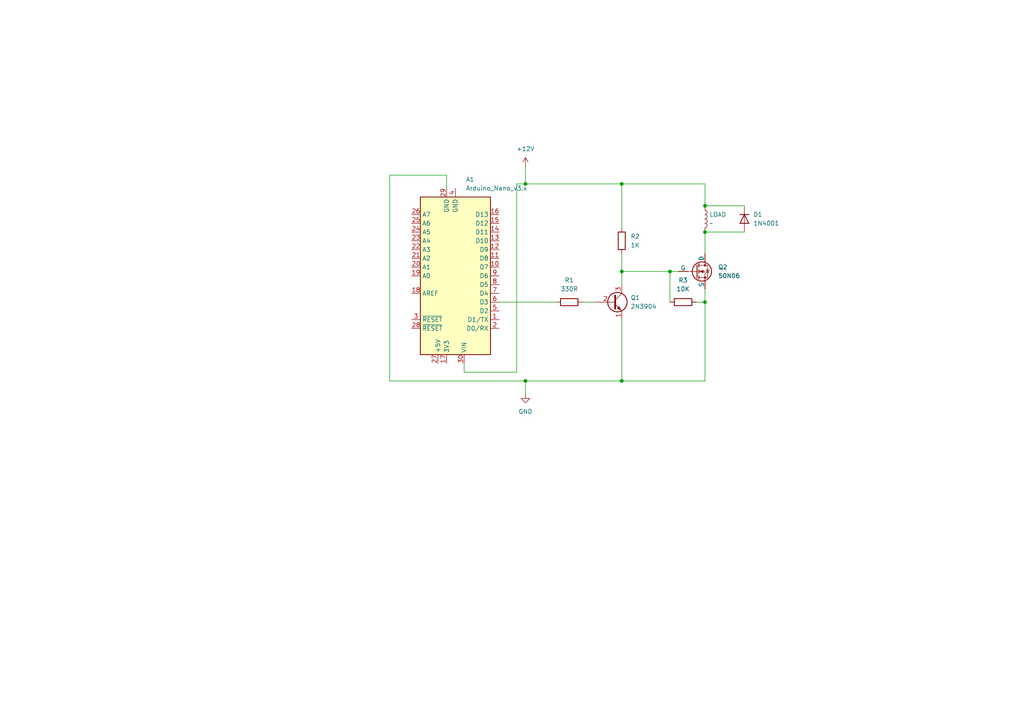
<source format=kicad_sch>
(kicad_sch (version 20231120) (generator "eeschema") (generator_version "8.0")
  (paper "A4")
  (title_block (title "TC-90"))
  (lib_symbols
    (symbol "Device:L" (pin_numbers hide) (pin_names (offset 1.016) hide)
      (property "Reference" "L" (at -1.27 0 90))
      (property "Value" "L" (at 1.905 0 90))
      (symbol "L_0_1"
        (arc (start 0 -2.54) (mid 0.6323 -1.905) (end 0 -1.27))
        (arc (start 0 -1.27) (mid 0.6323 -0.635) (end 0 0))
        (arc (start 0 0) (mid 0.6323 0.635) (end 0 1.27))
        (arc (start 0 1.27) (mid 0.6323 1.905) (end 0 2.54))
      )
      (symbol "L_1_1"
        (pin passive line (at 0 3.81 270) (length 1.27) (name "1") (number "1"))
        (pin passive line (at 0 -3.81 90) (length 1.27) (name "2") (number "2"))
      )
    )
    (symbol "Device:R" (pin_numbers hide) (pin_names (offset 0))
      (property "Reference" "R" (at 2.032 0 90))
      (property "Value" "R" (at 0 0 90))
      (symbol "R_0_1"
        (rectangle (start -1.016 -2.54) (end 1.016 2.54) (stroke (width 0.254)))
      )
      (symbol "R_1_1"
        (pin passive line (at 0 3.81 270) (length 1.27) (name "~") (number "1"))
        (pin passive line (at 0 -3.81 90) (length 1.27) (name "~") (number "2"))
      )
    )
    (symbol "Diode:1N4001" (pin_numbers hide) (pin_names hide)
      (property "Reference" "D" (at 0 2.54 0))
      (property "Value" "1N4001" (at 0 -2.54 0))
      (symbol "1N4001_0_1"
        (polyline (pts (xy -1.27 1.27) (xy -1.27 -1.27)) (stroke (width 0.254)))
        (polyline (pts (xy 1.27 0) (xy -1.27 0)))
        (polyline (pts (xy 1.27 1.27) (xy 1.27 -1.27) (xy -1.27 0) (xy 1.27 1.27)) (stroke (width 0.254)))
      )
      (symbol "1N4001_1_1"
        (pin passive line (at -3.81 0 0) (length 2.54) (name "K") (number "1"))
        (pin passive line (at 3.81 0 180) (length 2.54) (name "A") (number "2"))
      )
    )
    (symbol "MCU_Module:Arduino_Nano_v3.x"
      (property "Reference" "A" (at -10.16 23.495 0))
      (property "Value" "Arduino_Nano_v3.x" (at 5.08 -24.13 0))
      (symbol "Arduino_Nano_v3.x_0_1"
        (rectangle (start -10.16 22.86) (end 10.16 -22.86) (stroke (width 0.254)) (fill (type background)))
      )
      (symbol "Arduino_Nano_v3.x_1_1"
        (pin bidirectional line (at -12.7 12.7 0) (length 2.54) (name "D1/TX") (number "1"))
        (pin bidirectional line (at -12.7 -2.54 0) (length 2.54) (name "D7") (number "10"))
        (pin bidirectional line (at -12.7 -5.08 0) (length 2.54) (name "D8") (number "11"))
        (pin bidirectional line (at -12.7 -7.62 0) (length 2.54) (name "D9") (number "12"))
        (pin bidirectional line (at -12.7 -10.16 0) (length 2.54) (name "D10") (number "13"))
        (pin bidirectional line (at -12.7 -12.7 0) (length 2.54) (name "D11") (number "14"))
        (pin bidirectional line (at -12.7 -15.24 0) (length 2.54) (name "D12") (number "15"))
        (pin bidirectional line (at -12.7 -17.78 0) (length 2.54) (name "D13") (number "16"))
        (pin power_out line (at 2.54 25.4 270) (length 2.54) (name "3V3") (number "17"))
        (pin input line (at 12.7 5.08 180) (length 2.54) (name "AREF") (number "18"))
        (pin bidirectional line (at 12.7 0 180) (length 2.54) (name "A0") (number "19"))
        (pin bidirectional line (at -12.7 15.24 0) (length 2.54) (name "D0/RX") (number "2"))
        (pin bidirectional line (at 12.7 -2.54 180) (length 2.54) (name "A1") (number "20"))
        (pin bidirectional line (at 12.7 -5.08 180) (length 2.54) (name "A2") (number "21"))
        (pin bidirectional line (at 12.7 -7.62 180) (length 2.54) (name "A3") (number "22"))
        (pin bidirectional line (at 12.7 -10.16 180) (length 2.54) (name "A4") (number "23"))
        (pin bidirectional line (at 12.7 -12.7 180) (length 2.54) (name "A5") (number "24"))
        (pin bidirectional line (at 12.7 -15.24 180) (length 2.54) (name "A6") (number "25"))
        (pin bidirectional line (at 12.7 -17.78 180) (length 2.54) (name "A7") (number "26"))
        (pin power_out line (at 5.08 25.4 270) (length 2.54) (name "+5V") (number "27"))
        (pin input line (at 12.7 15.24 180) (length 2.54) (name "~{RESET}") (number "28"))
        (pin power_in line (at 2.54 -25.4 90) (length 2.54) (name "GND") (number "29"))
        (pin input line (at 12.7 12.7 180) (length 2.54) (name "~{RESET}") (number "3"))
        (pin power_in line (at -2.54 25.4 270) (length 2.54) (name "VIN") (number "30"))
        (pin power_in line (at 0 -25.4 90) (length 2.54) (name "GND") (number "4"))
        (pin bidirectional line (at -12.7 10.16 0) (length 2.54) (name "D2") (number "5"))
        (pin bidirectional line (at -12.7 7.62 0) (length 2.54) (name "D3") (number "6"))
        (pin bidirectional line (at -12.7 5.08 0) (length 2.54) (name "D4") (number "7"))
        (pin bidirectional line (at -12.7 2.54 0) (length 2.54) (name "D5") (number "8"))
        (pin bidirectional line (at -12.7 0 0) (length 2.54) (name "D6") (number "9"))
      )
    )
    (symbol "Simulation_SPICE:NMOS" (pin_numbers hide) (pin_names (offset 0))
      (property "Reference" "Q" (at 5.08 1.27 0))
      (property "Value" "NMOS" (at 5.08 -1.27 0))
      (symbol "NMOS_0_1"
        (polyline (pts (xy 0.254 0) (xy -2.54 0)))
        (polyline (pts (xy 0.254 1.905) (xy 0.254 -1.905)) (stroke (width 0.254)))
        (polyline (pts (xy 0.762 -1.27) (xy 0.762 -2.286)) (stroke (width 0.254)))
        (polyline (pts (xy 0.762 0.508) (xy 0.762 -0.508)) (stroke (width 0.254)))
        (polyline (pts (xy 0.762 2.286) (xy 0.762 1.27)) (stroke (width 0.254)))
        (polyline (pts (xy 2.54 2.54) (xy 2.54 1.778)))
        (polyline (pts (xy 2.54 -2.54) (xy 2.54 0) (xy 0.762 0)))
        (polyline (pts (xy 0.762 -1.778) (xy 3.302 -1.778) (xy 3.302 1.778) (xy 0.762 1.778)))
        (polyline (pts (xy 1.016 0) (xy 2.032 0.381) (xy 2.032 -0.381) (xy 1.016 0)) (fill (type outline)))
        (polyline (pts (xy 2.794 0.508) (xy 2.921 0.381) (xy 3.683 0.381) (xy 3.81 0.254)))
        (polyline (pts (xy 3.302 0.381) (xy 2.921 -0.254) (xy 3.683 -0.254) (xy 3.302 0.381)))
        (circle (center 1.651 0) (radius 2.794) (stroke (width 0.254)))
        (circle (center 2.54 -1.778) (radius 0.254) (fill (type outline)))
        (circle (center 2.54 1.778) (radius 0.254) (fill (type outline)))
      )
      (symbol "NMOS_1_1"
        (pin passive line (at 2.54 5.08 270) (length 2.54) (name "D") (number "1"))
        (pin input line (at -5.08 0 0) (length 2.54) (name "G") (number "2"))
        (pin passive line (at 2.54 -5.08 90) (length 2.54) (name "S") (number "3"))
      )
    )
    (symbol "Transistor_BJT:2N3904" (pin_names (offset 0) hide)
      (property "Reference" "Q" (at 5.08 1.905 0))
      (property "Value" "2N3904" (at 5.08 0 0))
      (symbol "2N3904_0_1"
        (polyline (pts (xy 0.635 0.635) (xy 2.54 2.54)))
        (polyline (pts (xy 0.635 -0.635) (xy 2.54 -2.54) (xy 2.54 -2.54)))
        (polyline (pts (xy 0.635 1.905) (xy 0.635 -1.905) (xy 0.635 -1.905)) (stroke (width 0.508)))
        (polyline (pts (xy 1.27 -1.778) (xy 1.778 -1.27) (xy 2.286 -2.286) (xy 1.27 -1.778) (xy 1.27 -1.778)) (fill (type outline)))
        (circle (center 1.27 0) (radius 2.8194) (stroke (width 0.254)))
      )
      (symbol "2N3904_1_1"
        (pin passive line (at 2.54 -5.08 90) (length 2.54) (name "E") (number "1"))
        (pin passive line (at -5.08 0 0) (length 5.715) (name "B") (number "2"))
        (pin passive line (at 2.54 5.08 270) (length 2.54) (name "C") (number "3"))
      )
    )
    (symbol "power:+12V" (power) (pin_numbers hide) (pin_names (offset 0) hide)
      (property "Value" "+12V" (at 0 3.556 0))
      (symbol "+12V_0_1"
        (polyline (pts (xy -0.762 1.27) (xy 0 2.54)))
        (polyline (pts (xy 0 0) (xy 0 2.54)))
        (polyline (pts (xy 0 2.54) (xy 0.762 1.27)))
      )
      (symbol "+12V_1_1"
        (pin power_in line (at 0 0 90) (length 0) (name "~") (number "1"))
      )
    )
    (symbol "power:GND" (power) (pin_numbers hide) (pin_names (offset 0) hide)
      (property "Value" "GND" (at 0 -3.81 0))
      (symbol "GND_0_1"
        (polyline (pts (xy 0 0) (xy 0 -1.27) (xy 1.27 -1.27) (xy 0 -2.54) (xy -1.27 -1.27) (xy 0 -1.27)))
      )
      (symbol "GND_1_1"
        (pin power_in line (at 0 0 270) (length 0) (name "~") (number "1"))
      )
    )
  )
  (junction (at 194.31 78.74))
  (junction (at 204.47 87.63))
  (junction (at 152.4 110.49))
  (junction (at 204.47 67.31))
  (junction (at 152.4 53.34))
  (junction (at 204.47 59.69))
  (junction (at 180.34 110.49))
  (junction (at 180.34 53.34))
  (junction (at 180.34 78.74))
  (wire (pts (xy 180.34 110.49) (xy 152.4 110.49)))
  (wire (pts (xy 204.47 67.31) (xy 204.47 73.66)))
  (wire (pts (xy 149.86 107.95) (xy 134.62 107.95)))
  (wire (pts (xy 152.4 53.34) (xy 149.86 53.34)))
  (wire (pts (xy 204.47 67.31) (xy 215.9 67.31)))
  (wire (pts (xy 152.4 48.26) (xy 152.4 53.34)))
  (wire (pts (xy 204.47 59.69) (xy 215.9 59.69)))
  (wire (pts (xy 168.91 87.63) (xy 172.72 87.63)))
  (wire (pts (xy 204.47 53.34) (xy 180.34 53.34)))
  (wire (pts (xy 180.34 92.71) (xy 180.34 110.49)))
  (wire (pts (xy 180.34 73.66) (xy 180.34 78.74)))
  (wire (pts (xy 204.47 59.69) (xy 204.47 53.34)))
  (wire (pts (xy 152.4 110.49) (xy 152.4 114.3)))
  (wire (pts (xy 196.85 78.74) (xy 194.31 78.74)))
  (wire (pts (xy 180.34 78.74) (xy 180.34 82.55)))
  (wire (pts (xy 113.03 110.49) (xy 113.03 50.8)))
  (wire (pts (xy 204.47 83.82) (xy 204.47 87.63)))
  (wire (pts (xy 144.78 87.63) (xy 161.29 87.63)))
  (wire (pts (xy 194.31 78.74) (xy 180.34 78.74)))
  (wire (pts (xy 129.54 50.8) (xy 129.54 54.61)))
  (wire (pts (xy 194.31 78.74) (xy 194.31 87.63)))
  (wire (pts (xy 134.62 105.41) (xy 134.62 107.95)))
  (wire (pts (xy 152.4 110.49) (xy 113.03 110.49)))
  (wire (pts (xy 180.34 53.34) (xy 152.4 53.34)))
  (wire (pts (xy 180.34 53.34) (xy 180.34 66.04)))
  (wire (pts (xy 201.93 87.63) (xy 204.47 87.63)))
  (wire (pts (xy 113.03 50.8) (xy 129.54 50.8)))
  (wire (pts (xy 204.47 110.49) (xy 180.34 110.49)))
  (wire (pts (xy 204.47 87.63) (xy 204.47 110.49)))
  (wire (pts (xy 149.86 53.34) (xy 149.86 107.95)))
  (symbol (lib_id "Simulation_SPICE:NMOS") (at 201.93 78.74 0) (unit 1)
    (property "Reference" "Q2" (at 208.28 77.4699 0) (effects (justify left)))
    (property "Value" "50N06" (at 208.28 80.0099 0) (effects (justify left)))
    (property "Datasheet" "https://ngspice.sourceforge.io/docs/ngspice-html-manual/manual.xhtml#cha_MOSFETs" (effects (hide yes)))
    (property "Description" "N-MOSFET transistor, drain/source/gate" (effects (hide yes)))
    (property "Sim.Device" "NMOS" (effects (hide yes)))
    (property "Sim.Type" "VDMOS" (effects (hide yes)))
    (property "Sim.Pins" "1=D 2=G 3=S" (effects (hide yes)))
  )
  (symbol (lib_id "Diode:1N4001") (at 215.9 63.5 270) (unit 1)
    (property "Reference" "D1" (at 218.44 62.2299 90) (effects (justify left)))
    (property "Value" "1N4001" (at 218.44 64.7699 90) (effects (justify left)))
    (property "Footprint" "Diode_THT:D_DO-41_SOD81_P10.16mm_Horizontal" (effects (hide yes)))
    (property "Datasheet" "http://www.vishay.com/docs/88503/1n4001.pdf" (effects (hide yes)))
    (property "Description" "50V 1A General Purpose Rectifier Diode, DO-41" (effects (hide yes)))
    (property "Sim.Device" "D" (effects (hide yes)))
    (property "Sim.Pins" "1=K 2=A" (effects (hide yes)))
  )
  (symbol (lib_id "Device:R") (at 165.1 87.63 90) (unit 1)
    (property "Reference" "R1" (at 165.1 81.28 90))
    (property "Value" "330R" (at 165.1 83.82 90))
    (property "Description" "Resistor" (effects (hide yes)))
  )
  (symbol (lib_id "Device:R") (at 180.34 69.85 0) (unit 1)
    (property "Reference" "R2" (at 182.88 68.5799 0) (effects (justify left)))
    (property "Value" "1K" (at 182.88 71.1199 0) (effects (justify left)))
    (property "Description" "Resistor" (effects (hide yes)))
  )
  (symbol (lib_id "Device:L") (at 204.47 63.5 0) (unit 1)
    (property "Reference" "LOAD" (at 205.74 62.2299 0) (effects (justify left)))
    (property "Value" "~" (at 205.74 64.7699 0) (effects (justify left)))
    (property "Description" "Inductor" (effects (hide yes)))
  )
  (symbol (lib_id "power:+12V") (at 152.4 48.26 0) (unit 1)
    (property "Reference" "#PWR01" (effects (hide yes)))
    (property "Value" "+12V" (at 152.4 43.18 0))
    (property "Description" "Power symbol creates a global label with name \"+12V\"" (effects (hide yes)))
  )
  (symbol (lib_id "power:GND") (at 152.4 114.3 0) (unit 1)
    (property "Reference" "#PWR02" (effects (hide yes)))
    (property "Value" "GND" (at 152.4 119.38 0))
    (property "Description" "Power symbol creates a global label with name \"GND\" , ground" (effects (hide yes)))
  )
  (symbol (lib_id "Transistor_BJT:2N3904") (at 177.8 87.63 0) (unit 1)
    (property "Reference" "Q1" (at 182.88 86.3599 0) (effects (justify left)))
    (property "Value" "2N3904" (at 182.88 88.8999 0) (effects (justify left)))
    (property "Footprint" "Package_TO_SOT_THT:TO-92_Inline" (effects (hide yes)))
    (property "Datasheet" "https://www.onsemi.com/pub/Collateral/2N3903-D.PDF" (effects (hide yes)))
    (property "Description" "0.2A Ic, 40V Vce, Small Signal NPN Transistor, TO-92" (effects (hide yes)))
  )
  (symbol (lib_id "Device:R") (at 198.12 87.63 90) (unit 1)
    (property "Reference" "R3" (at 198.12 81.28 90))
    (property "Value" "10K" (at 198.12 83.82 90))
    (property "Description" "Resistor" (effects (hide yes)))
  )
  (symbol (lib_id "MCU_Module:Arduino_Nano_v3.x") (at 132.08 80.01 180) (unit 1)
    (property "Reference" "A1" (at 135.0965 52.07 0) (effects (justify right)))
    (property "Value" "Arduino_Nano_v3.x" (at 135.0965 54.61 0) (effects (justify right)))
    (property "Footprint" "Module:Arduino_Nano" (effects (hide yes)))
    (property "Datasheet" "http://www.mouser.com/pdfdocs/Gravitech_Arduino_Nano3_0.pdf" (effects (hide yes)))
    (property "Description" "Arduino Nano v3.x" (effects (hide yes)))
  )
)
</source>
